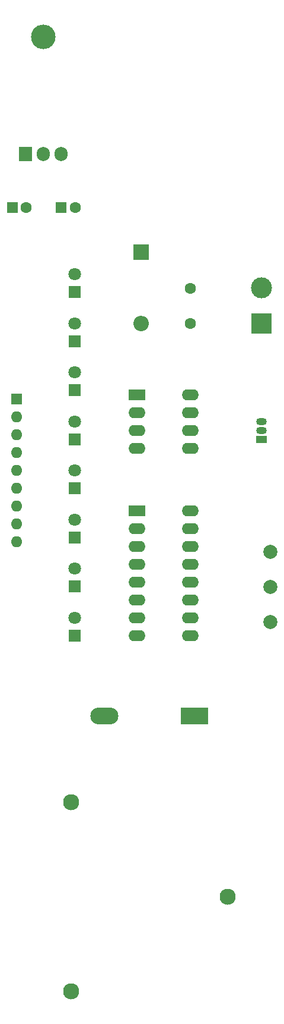
<source format=gbr>
%TF.GenerationSoftware,KiCad,Pcbnew,(5.1.10)-1*%
%TF.CreationDate,2022-06-09T20:54:53-04:00*%
%TF.ProjectId,ATtiny85 Motor Circuit,41547469-6e79-4383-9520-4d6f746f7220,rev?*%
%TF.SameCoordinates,Original*%
%TF.FileFunction,Soldermask,Bot*%
%TF.FilePolarity,Negative*%
%FSLAX46Y46*%
G04 Gerber Fmt 4.6, Leading zero omitted, Abs format (unit mm)*
G04 Created by KiCad (PCBNEW (5.1.10)-1) date 2022-06-09 20:54:53*
%MOMM*%
%LPD*%
G01*
G04 APERTURE LIST*
%ADD10C,2.300000*%
%ADD11O,4.020000X2.410000*%
%ADD12R,4.020000X2.410000*%
%ADD13O,1.905000X2.000000*%
%ADD14R,1.905000X2.000000*%
%ADD15O,3.500000X3.500000*%
%ADD16O,2.200000X2.200000*%
%ADD17R,2.200000X2.200000*%
%ADD18C,3.000000*%
%ADD19R,3.000000X3.000000*%
%ADD20C,1.600000*%
%ADD21R,1.600000X1.600000*%
%ADD22C,2.000000*%
%ADD23O,2.400000X1.600000*%
%ADD24R,2.400000X1.600000*%
%ADD25O,1.600000X1.600000*%
%ADD26C,1.800000*%
%ADD27R,1.800000X1.800000*%
%ADD28O,1.500000X1.050000*%
%ADD29R,1.500000X1.050000*%
G04 APERTURE END LIST*
D10*
%TO.C,BT1*%
X120810000Y-164990000D03*
X120810000Y-138020000D03*
X143160000Y-151510000D03*
D11*
X125550000Y-125730000D03*
D12*
X138430000Y-125730000D03*
%TD*%
D13*
%TO.C,U3*%
X119380000Y-45720000D03*
X116840000Y-45720000D03*
D14*
X114300000Y-45720000D03*
D15*
X116840000Y-29060000D03*
%TD*%
D16*
%TO.C,D1*%
X130810000Y-69850000D03*
D17*
X130810000Y-59690000D03*
%TD*%
D18*
%TO.C,M1*%
X147955000Y-64770000D03*
D19*
X147955000Y-69850000D03*
%TD*%
D20*
%TO.C,C3*%
X114395000Y-53340000D03*
D21*
X112395000Y-53340000D03*
%TD*%
D20*
%TO.C,C2*%
X121380000Y-53340000D03*
D21*
X119380000Y-53340000D03*
%TD*%
D22*
%TO.C,RV1*%
X149225000Y-102395000D03*
X149225000Y-107395000D03*
X149225000Y-112395000D03*
%TD*%
D23*
%TO.C,U1*%
X137795000Y-80010000D03*
X130175000Y-87630000D03*
X137795000Y-82550000D03*
X130175000Y-85090000D03*
X137795000Y-85090000D03*
X130175000Y-82550000D03*
X137795000Y-87630000D03*
D24*
X130175000Y-80010000D03*
%TD*%
D23*
%TO.C,U2*%
X137795000Y-96520000D03*
X130175000Y-114300000D03*
X137795000Y-99060000D03*
X130175000Y-111760000D03*
X137795000Y-101600000D03*
X130175000Y-109220000D03*
X137795000Y-104140000D03*
X130175000Y-106680000D03*
X137795000Y-106680000D03*
X130175000Y-104140000D03*
X137795000Y-109220000D03*
X130175000Y-101600000D03*
X137795000Y-111760000D03*
X130175000Y-99060000D03*
X137795000Y-114300000D03*
D24*
X130175000Y-96520000D03*
%TD*%
D25*
%TO.C,RN1*%
X113030000Y-100965000D03*
X113030000Y-98425000D03*
X113030000Y-95885000D03*
X113030000Y-93345000D03*
X113030000Y-90805000D03*
X113030000Y-88265000D03*
X113030000Y-85725000D03*
X113030000Y-83185000D03*
D21*
X113030000Y-80645000D03*
%TD*%
D26*
%TO.C,D9*%
X121285000Y-111760000D03*
D27*
X121285000Y-114300000D03*
%TD*%
D26*
%TO.C,D8*%
X121285000Y-104775000D03*
D27*
X121285000Y-107315000D03*
%TD*%
D26*
%TO.C,D7*%
X121285000Y-97790000D03*
D27*
X121285000Y-100330000D03*
%TD*%
D26*
%TO.C,D6*%
X121285000Y-90805000D03*
D27*
X121285000Y-93345000D03*
%TD*%
D26*
%TO.C,D5*%
X121285000Y-83820000D03*
D27*
X121285000Y-86360000D03*
%TD*%
D26*
%TO.C,D4*%
X121285000Y-76835000D03*
D27*
X121285000Y-79375000D03*
%TD*%
D26*
%TO.C,D3*%
X121285000Y-69850000D03*
D27*
X121285000Y-72390000D03*
%TD*%
D26*
%TO.C,D2*%
X121285000Y-62865000D03*
D27*
X121285000Y-65405000D03*
%TD*%
D20*
%TO.C,C1*%
X137795000Y-64850000D03*
X137795000Y-69850000D03*
%TD*%
D28*
%TO.C,Q1*%
X147955000Y-85090000D03*
X147955000Y-83820000D03*
D29*
X147955000Y-86360000D03*
%TD*%
M02*

</source>
